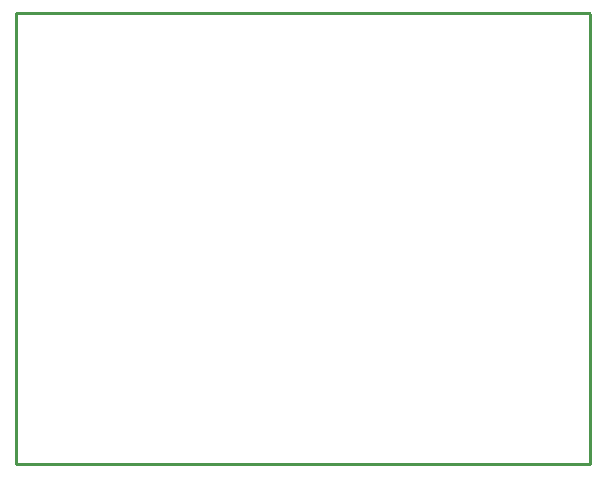
<source format=gko>
%FSLAX25Y25*%
%MOIN*%
G70*
G01*
G75*
G04 Layer_Color=16711935*
%ADD10C,0.02500*%
%ADD11R,0.05906X0.05906*%
%ADD12O,0.08661X0.02362*%
%ADD13R,0.02362X0.01969*%
%ADD14C,0.01000*%
%ADD15C,0.05512*%
%ADD16C,0.04724*%
%ADD17O,0.07874X0.03937*%
%ADD18O,0.07874X0.03937*%
%ADD19R,0.05906X0.05906*%
%ADD20C,0.05906*%
%ADD21C,0.05000*%
%ADD22C,0.00787*%
%ADD23C,0.00984*%
%ADD24C,0.02362*%
%ADD25R,0.07874X0.03150*%
%ADD26R,0.06706X0.06706*%
%ADD27O,0.09461X0.03162*%
%ADD28R,0.03162X0.02769*%
%ADD29C,0.06312*%
%ADD30C,0.05524*%
%ADD31O,0.08674X0.04737*%
%ADD32O,0.08674X0.04737*%
%ADD33R,0.06706X0.06706*%
%ADD34C,0.06706*%
%ADD35C,0.05800*%
%ADD36C,0.00394*%
D14*
X105000Y101500D02*
Y252000D01*
Y101500D02*
X296500D01*
Y251500D01*
X296000Y252000D02*
X296500Y251500D01*
X105000Y252000D02*
X296000D01*
M02*

</source>
